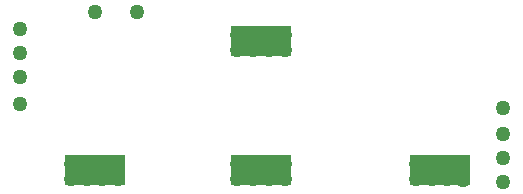
<source format=gbr>
G04 #@! TF.GenerationSoftware,KiCad,Pcbnew,(5.0.0)*
G04 #@! TF.CreationDate,2019-10-07T11:46:54-07:00*
G04 #@! TF.ProjectId,Buffer - Rev C,427566666572202D2052657620432E6B,rev?*
G04 #@! TF.SameCoordinates,Original*
G04 #@! TF.FileFunction,Soldermask,Bot*
G04 #@! TF.FilePolarity,Negative*
%FSLAX46Y46*%
G04 Gerber Fmt 4.6, Leading zero omitted, Abs format (unit mm)*
G04 Created by KiCad (PCBNEW (5.0.0)) date 10/07/19 11:46:54*
%MOMM*%
%LPD*%
G01*
G04 APERTURE LIST*
%ADD10C,1.270000*%
%ADD11R,5.080000X2.540000*%
G04 APERTURE END LIST*
D10*
G04 #@! TO.C,TP2*
X21096200Y12300000D03*
G04 #@! TD*
G04 #@! TO.C,TP2*
X19750000Y12300000D03*
G04 #@! TD*
G04 #@! TO.C,TP1*
X9906000Y15494000D03*
G04 #@! TD*
D11*
G04 #@! TO.C,TP8*
X20434300Y13096900D03*
G04 #@! TD*
D10*
G04 #@! TO.C,TP2*
X18415000Y12334900D03*
G04 #@! TD*
G04 #@! TO.C,TP2*
X18415000Y13604900D03*
G04 #@! TD*
G04 #@! TO.C,TP2*
X22415500Y12334900D03*
G04 #@! TD*
G04 #@! TO.C,TP2*
X21082000Y13604900D03*
G04 #@! TD*
G04 #@! TO.C,TP2*
X22415500Y13604900D03*
G04 #@! TD*
G04 #@! TO.C,TP2*
X19748500Y13604900D03*
G04 #@! TD*
G04 #@! TO.C,TP2*
X21082000Y1397000D03*
G04 #@! TD*
G04 #@! TO.C,TP2*
X22415500Y1397000D03*
G04 #@! TD*
G04 #@! TO.C,TP2*
X8318500Y1397000D03*
G04 #@! TD*
G04 #@! TO.C,TP2*
X37528500Y1320800D03*
G04 #@! TD*
G04 #@! TO.C,TP2*
X36195000Y1397000D03*
G04 #@! TD*
G04 #@! TO.C,TP2*
X33528000Y2667000D03*
G04 #@! TD*
G04 #@! TO.C,TP2*
X33528000Y1397000D03*
G04 #@! TD*
G04 #@! TO.C,TP2*
X36195000Y2667000D03*
G04 #@! TD*
G04 #@! TO.C,TP2*
X34861500Y2667000D03*
G04 #@! TD*
G04 #@! TO.C,TP2*
X34861500Y1397000D03*
G04 #@! TD*
G04 #@! TO.C,TP2*
X37528500Y2667000D03*
G04 #@! TD*
G04 #@! TO.C,TP11*
X40894000Y7366000D03*
G04 #@! TD*
G04 #@! TO.C,TP2*
X19748500Y1397000D03*
G04 #@! TD*
G04 #@! TO.C,TP2*
X18415000Y1397000D03*
G04 #@! TD*
G04 #@! TO.C,TP2*
X22415500Y2667000D03*
G04 #@! TD*
G04 #@! TO.C,TP2*
X21082000Y2667000D03*
G04 #@! TD*
G04 #@! TO.C,TP2*
X19748500Y2667000D03*
G04 #@! TD*
G04 #@! TO.C,TP2*
X18415000Y2667000D03*
G04 #@! TD*
G04 #@! TO.C,TP2*
X6985000Y2667000D03*
G04 #@! TD*
G04 #@! TO.C,TP2*
X5651500Y2667000D03*
G04 #@! TD*
G04 #@! TO.C,TP2*
X8318500Y2667000D03*
G04 #@! TD*
G04 #@! TO.C,TP2*
X6985000Y1397000D03*
G04 #@! TD*
G04 #@! TO.C,TP2*
X5651500Y1397000D03*
G04 #@! TD*
G04 #@! TO.C,TP2*
X4318000Y2667000D03*
G04 #@! TD*
G04 #@! TO.C,TP2*
X4318000Y1397000D03*
G04 #@! TD*
D11*
G04 #@! TO.C,TP12*
X6350000Y2159000D03*
G04 #@! TD*
G04 #@! TO.C,TP13*
X35560000Y2159000D03*
G04 #@! TD*
D10*
G04 #@! TO.C,TP15*
X6350000Y15494000D03*
G04 #@! TD*
G04 #@! TO.C,TP17*
X0Y14097000D03*
G04 #@! TD*
G04 #@! TO.C,TP5*
X40894000Y3175000D03*
G04 #@! TD*
G04 #@! TO.C,TP9*
X40894000Y5207000D03*
G04 #@! TD*
G04 #@! TO.C,TP6*
X0Y7731000D03*
G04 #@! TD*
G04 #@! TO.C,TP4*
X40894000Y1143000D03*
G04 #@! TD*
G04 #@! TO.C,TP3*
X0Y12065000D03*
G04 #@! TD*
G04 #@! TO.C,TP2*
X0Y10033000D03*
G04 #@! TD*
D11*
G04 #@! TO.C,TP7*
X20434300Y2159000D03*
G04 #@! TD*
M02*

</source>
